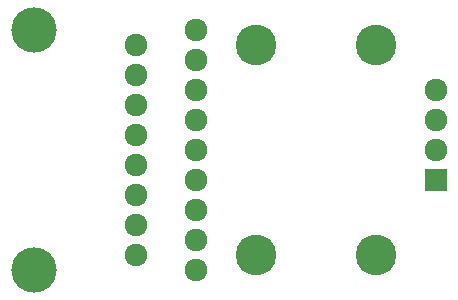
<source format=gbr>
G04 #@! TF.GenerationSoftware,KiCad,Pcbnew,(5.0.0)*
G04 #@! TF.CreationDate,2018-12-18T17:16:09-06:00*
G04 #@! TF.ProjectId,IMUBreakout_Hardware,494D55427265616B6F75745F48617264,rev?*
G04 #@! TF.SameCoordinates,Original*
G04 #@! TF.FileFunction,Soldermask,Bot*
G04 #@! TF.FilePolarity,Negative*
%FSLAX46Y46*%
G04 Gerber Fmt 4.6, Leading zero omitted, Abs format (unit mm)*
G04 Created by KiCad (PCBNEW (5.0.0)) date 12/18/18 17:16:09*
%MOMM*%
%LPD*%
G01*
G04 APERTURE LIST*
%ADD10C,1.924000*%
%ADD11R,1.924000X1.924000*%
%ADD12C,3.448000*%
%ADD13C,3.850000*%
G04 APERTURE END LIST*
D10*
G04 #@! TO.C,U1*
X129540000Y-85090000D03*
X129540000Y-87630000D03*
X129540000Y-90170000D03*
X129540000Y-92710000D03*
X129540000Y-95250000D03*
X129540000Y-97790000D03*
X129540000Y-100330000D03*
X129540000Y-102870000D03*
X129540000Y-105410000D03*
X149860000Y-90170000D03*
X149860000Y-92710000D03*
X149860000Y-95250000D03*
D11*
X149860000Y-97790000D03*
D12*
X134620000Y-104140000D03*
X144780000Y-104140000D03*
X134620000Y-86360000D03*
X144780000Y-86360000D03*
G04 #@! TD*
D10*
G04 #@! TO.C,Conn1*
X124460000Y-104140000D03*
X124460000Y-101600000D03*
X124460000Y-99060000D03*
X124460000Y-96520000D03*
X124460000Y-93980000D03*
D13*
X115824000Y-105410000D03*
X115824000Y-85090000D03*
D10*
X124460000Y-91440000D03*
X124460000Y-88900000D03*
X124460000Y-86360000D03*
G04 #@! TD*
M02*

</source>
